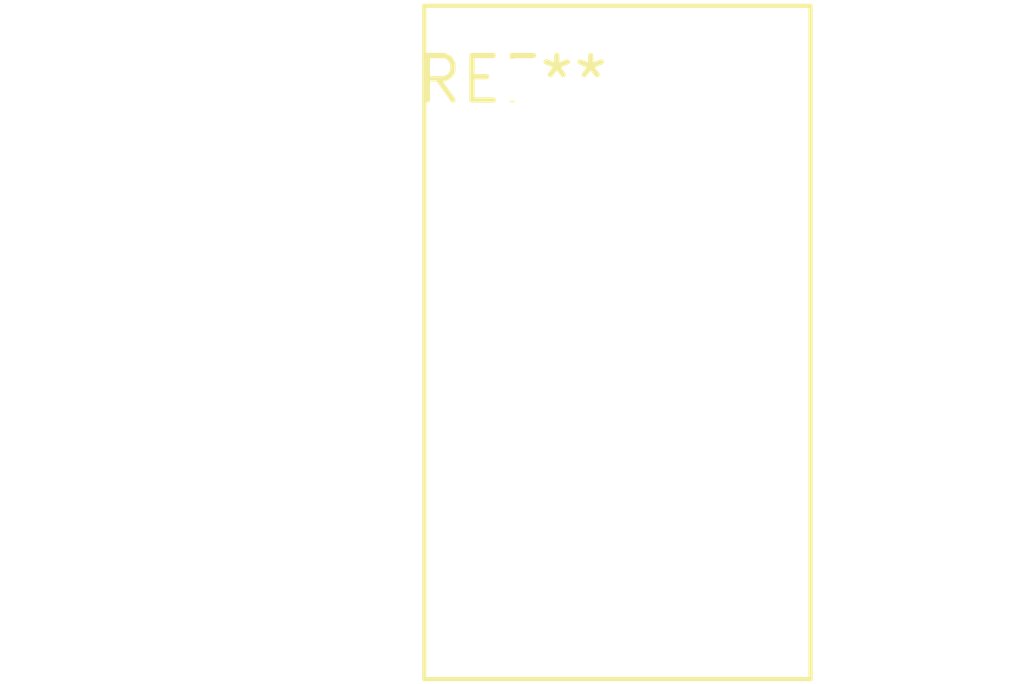
<source format=kicad_pcb>
(kicad_pcb (version 20240108) (generator pcbnew)
  (layers (0 "F.Cu" signal) (31 "B.Cu" signal) (34 "B.Paste" user) (35 "F.Paste" user) (36 "B.SilkS" user "B.Silkscreen") (37 "F.SilkS" user "F.Silkscreen") (38 "B.Mask" user) (39 "F.Mask" user) (44 "Edge.Cuts" user))
  (net 0 "")
  (footprint "L_Mount_Lodestone_VTM950-6" (layer "F.Cu") (at 0 0)
    (property "Reference" "REF**")
    (property "Value" "L_Mount_Lodestone_VTM950-6")
    (fp_line (start -2.51 -2.11) (end -2.51 17.11) (layer "F.SilkS") (stroke (width 0.12)))
    (fp_line (start -2.51 -2.11) (end 8.51 -2.11) (layer "F.SilkS") (stroke (width 0.12)))
    (fp_line (start -2.51 17.11) (end 8.51 17.11) (layer "F.SilkS") (stroke (width 0.12)))
    (fp_line (start 8.51 -2.11) (end 8.51 17.11) (layer "F.SilkS") (stroke (width 0.12)))
    (pad "1" thru_hole circle (at 0 0) (size 2.2 2.2) (drill 1.2) (layers *.Cu *.Mask) (remove_unused_layers))
    (pad "2" thru_hole circle (at 6 15) (size 2.2 2.2) (drill 1.2) (layers *.Cu *.Mask) (remove_unused_layers))
    (pad "3" thru_hole circle (at 0 15) (size 2.2 2.2) (drill 1.2) (layers *.Cu *.Mask) (remove_unused_layers))
    (pad "4" thru_hole circle (at 6 0) (size 2.2 2.2) (drill 1.2) (layers *.Cu *.Mask) (remove_unused_layers))
    (pad "5" thru_hole circle (at 0 7.5) (size 2.2 2.2) (drill 1.2) (layers *.Cu *.Mask) (remove_unused_layers))
    (pad "6" thru_hole circle (at 6 7.5) (size 2.2 2.2) (drill 1.2) (layers *.Cu *.Mask) (remove_unused_layers))
  )
)
</source>
